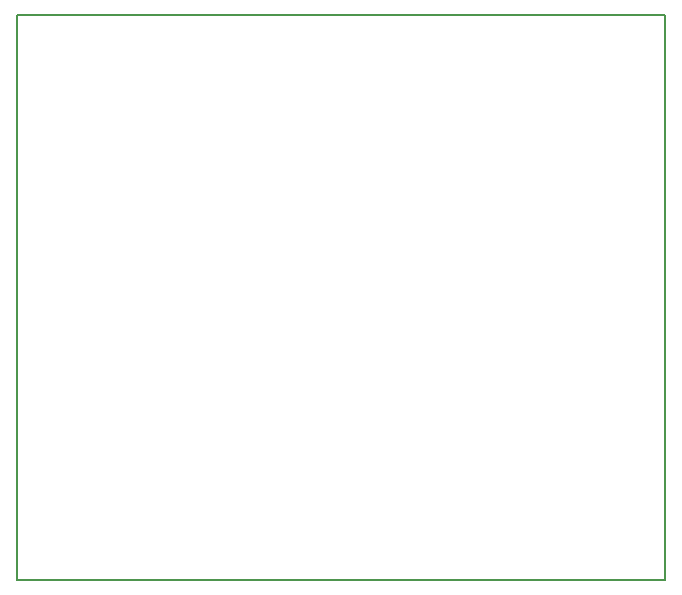
<source format=gm1>
G04 MADE WITH FRITZING*
G04 WWW.FRITZING.ORG*
G04 DOUBLE SIDED*
G04 HOLES PLATED*
G04 CONTOUR ON CENTER OF CONTOUR VECTOR*
%ASAXBY*%
%FSLAX23Y23*%
%MOIN*%
%OFA0B0*%
%SFA1.0B1.0*%
%ADD10R,2.165350X1.889760*%
%ADD11C,0.008000*%
%ADD10C,0.008*%
%LNCONTOUR*%
G90*
G70*
G54D10*
G54D11*
X4Y1886D02*
X2161Y1886D01*
X2161Y4D01*
X4Y4D01*
X4Y1886D01*
D02*
G04 End of contour*
M02*
</source>
